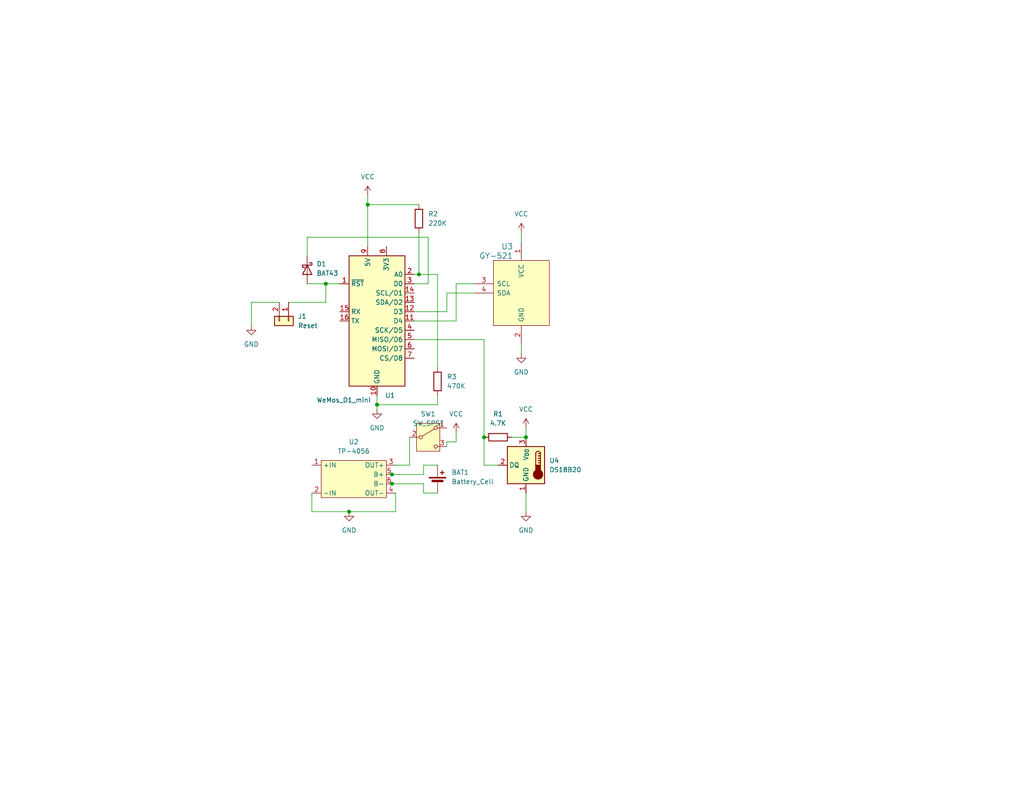
<source format=kicad_sch>
(kicad_sch (version 20231120) (generator "eeschema") (generator_version "8.0")
  (paper "A")
  (title_block (title "iSpindel Pill PCB") (date "2024-06-06") (company "Andre Q"))
  (lib_symbols
    (symbol "Connector_Generic:Conn_01x02" (pin_names (offset 1.016) hide)
      (property "Reference" "J" (at 0 2.54 0))
      (property "Value" "Conn_01x02" (at 0 -5.08 0))
      (symbol "Conn_01x02_1_1"
        (rectangle (start -1.27 -2.413) (end 0 -2.667) (stroke (width 0.1524)))
        (rectangle (start -1.27 0.127) (end 0 -0.127) (stroke (width 0.1524)))
        (rectangle (start -1.27 1.27) (end 1.27 -3.81) (stroke (width 0.254)) (fill (type background)))
        (pin passive line (at -5.08 0 0) (length 3.81) (name "Pin_1") (number "1"))
        (pin passive line (at -5.08 -2.54 0) (length 3.81) (name "Pin_2") (number "2"))
      )
    )
    (symbol "CustomSymbols:GY-521" (pin_names (offset 1.016))
      (property "Reference" "U" (at 1.27 12.7 0))
      (property "Value" "GY-521" (at 5.08 10.16 0))
      (symbol "GY-521_1_1"
        (rectangle (start -7.62 8.89) (end 7.62 -8.89) (fill (type background)))
        (pin input line (at 0 13.97 270) (length 5) (name "VCC") (number "1"))
        (pin input line (at 0 -13.97 90) (length 5) (name "GND") (number "2"))
        (pin input line (at 12.7 2.54 180) (length 5) (name "SCL") (number "3"))
        (pin input line (at 12.7 0 180) (length 5) (name "SDA") (number "4"))
      )
    )
    (symbol "CustomSymbols:TP-4056_Module"
      (property "Reference" "U" (at -3.81 7.62 0))
      (property "Value" "TP-4056" (at 0 5.08 0))
      (symbol "TP-4056_Module_0_0"
        (pin power_in line (at -11.43 2.54 0) (length 2.54) (name "+IN") (number "1"))
        (pin power_in line (at -11.43 -5.08 0) (length 2.54) (name "-IN") (number "2"))
        (pin power_out line (at 11.43 2.54 180) (length 2.54) (name "OUT+") (number "3"))
        (pin power_out line (at 11.43 -5.08 180) (length 2.54) (name "OUT-") (number "4"))
      )
      (symbol "TP-4056_Module_1_0"
        (pin input line (at 10.43 0 180) (length 1.54) (name "B+") (number "5"))
        (pin input line (at 10.43 -2.54 180) (length 1.54) (name "B-") (number "6"))
      )
      (symbol "TP-4056_Module_1_1"
        (rectangle (start -8.89 3.81) (end 8.89 -6.35) (fill (type background)))
      )
    )
    (symbol "Device:Battery_Cell" (pin_numbers hide) (pin_names (offset 0) hide)
      (property "Reference" "BT" (at 2.54 2.54 0))
      (property "Value" "Battery_Cell" (at 2.54 0 0))
      (symbol "Battery_Cell_0_1"
        (rectangle (start -2.286 1.778) (end 2.286 1.524) (fill (type outline)))
        (rectangle (start -1.524 1.016) (end 1.524 0.508) (fill (type outline)))
        (polyline (pts (xy 0 0.762) (xy 0 0)))
        (polyline (pts (xy 0 1.778) (xy 0 2.54)))
        (polyline (pts (xy 0.762 3.048) (xy 1.778 3.048)) (stroke (width 0.254)))
        (polyline (pts (xy 1.27 3.556) (xy 1.27 2.54)) (stroke (width 0.254)))
      )
      (symbol "Battery_Cell_1_1"
        (pin passive line (at 0 5.08 270) (length 2.54) (name "+") (number "1"))
        (pin passive line (at 0 -2.54 90) (length 2.54) (name "-") (number "2"))
      )
    )
    (symbol "Device:R" (pin_numbers hide) (pin_names (offset 0))
      (property "Reference" "R" (at 2.032 0 90))
      (property "Value" "R" (at 0 0 90))
      (symbol "R_0_1"
        (rectangle (start -1.016 -2.54) (end 1.016 2.54) (stroke (width 0.254)))
      )
      (symbol "R_1_1"
        (pin passive line (at 0 3.81 270) (length 1.27) (name "~") (number "1"))
        (pin passive line (at 0 -3.81 90) (length 1.27) (name "~") (number "2"))
      )
    )
    (symbol "Diode:BAT43" (pin_numbers hide) (pin_names (offset 1.016) hide)
      (property "Reference" "D" (at 0 2.54 0))
      (property "Value" "BAT43" (at 0 -2.54 0))
      (symbol "BAT43_0_1"
        (polyline (pts (xy 1.27 0) (xy -1.27 0)))
        (polyline (pts (xy 1.27 1.27) (xy 1.27 -1.27) (xy -1.27 0) (xy 1.27 1.27)) (stroke (width 0.254)))
        (polyline (pts (xy -1.905 0.635) (xy -1.905 1.27) (xy -1.27 1.27) (xy -1.27 -1.27) (xy -0.635 -1.27) (xy -0.635 -0.635)) (stroke (width 0.254)))
      )
      (symbol "BAT43_1_1"
        (pin passive line (at -3.81 0 0) (length 2.54) (name "K") (number "1"))
        (pin passive line (at 3.81 0 180) (length 2.54) (name "A") (number "2"))
      )
    )
    (symbol "MCU_Module:WeMos_D1_mini"
      (property "Reference" "U" (at 3.81 19.05 0))
      (property "Value" "WeMos_D1_mini" (at 1.27 -19.05 0))
      (symbol "WeMos_D1_mini_1_1"
        (rectangle (start -7.62 17.78) (end 7.62 -17.78) (stroke (width 0.254)) (fill (type background)))
        (pin input line (at -10.16 10.16 0) (length 2.54) (name "~{RST}") (number "1"))
        (pin power_in line (at 0 -20.32 90) (length 2.54) (name "GND") (number "10"))
        (pin bidirectional line (at 10.16 0 180) (length 2.54) (name "D4") (number "11"))
        (pin bidirectional line (at 10.16 2.54 180) (length 2.54) (name "D3") (number "12"))
        (pin bidirectional line (at 10.16 5.08 180) (length 2.54) (name "SDA/D2") (number "13"))
        (pin bidirectional line (at 10.16 7.62 180) (length 2.54) (name "SCL/D1") (number "14"))
        (pin input line (at -10.16 2.54 0) (length 2.54) (name "RX") (number "15"))
        (pin output line (at -10.16 0 0) (length 2.54) (name "TX") (number "16"))
        (pin input line (at 10.16 12.7 180) (length 2.54) (name "A0") (number "2"))
        (pin bidirectional line (at 10.16 10.16 180) (length 2.54) (name "D0") (number "3"))
        (pin bidirectional line (at 10.16 -2.54 180) (length 2.54) (name "SCK/D5") (number "4"))
        (pin bidirectional line (at 10.16 -5.08 180) (length 2.54) (name "MISO/D6") (number "5"))
        (pin bidirectional line (at 10.16 -7.62 180) (length 2.54) (name "MOSI/D7") (number "6"))
        (pin bidirectional line (at 10.16 -10.16 180) (length 2.54) (name "CS/D8") (number "7"))
        (pin power_out line (at 2.54 20.32 270) (length 2.54) (name "3V3") (number "8"))
        (pin power_in line (at -2.54 20.32 270) (length 2.54) (name "5V") (number "9"))
      )
    )
    (symbol "Sensor_Temperature:DS18B20"
      (property "Reference" "U" (at -3.81 6.35 0))
      (property "Value" "DS18B20" (at 6.35 6.35 0))
      (symbol "DS18B20_0_1"
        (rectangle (start -5.08 5.08) (end 5.08 -5.08) (stroke (width 0.254)) (fill (type background)))
        (circle (center -3.302 -2.54) (radius 1.27) (stroke (width 0.254)) (fill (type outline)))
        (rectangle (start -2.667 -1.905) (end -3.937 0) (stroke (width 0.254)) (fill (type outline)))
        (arc (start -2.667 3.175) (mid -3.302 3.8073) (end -3.937 3.175) (stroke (width 0.254)))
        (polyline (pts (xy -3.937 0.635) (xy -3.302 0.635)) (stroke (width 0.254)))
        (polyline (pts (xy -3.937 1.27) (xy -3.302 1.27)) (stroke (width 0.254)))
        (polyline (pts (xy -3.937 1.905) (xy -3.302 1.905)) (stroke (width 0.254)))
        (polyline (pts (xy -3.937 2.54) (xy -3.302 2.54)) (stroke (width 0.254)))
        (polyline (pts (xy -3.937 3.175) (xy -3.937 0)) (stroke (width 0.254)))
        (polyline (pts (xy -3.937 3.175) (xy -3.302 3.175)) (stroke (width 0.254)))
        (polyline (pts (xy -2.667 3.175) (xy -2.667 0)) (stroke (width 0.254)))
      )
      (symbol "DS18B20_1_1"
        (pin power_in line (at 0 -7.62 90) (length 2.54) (name "GND") (number "1"))
        (pin bidirectional line (at 7.62 0 180) (length 2.54) (name "DQ") (number "2"))
        (pin power_in line (at 0 7.62 270) (length 2.54) (name "V_{DD}") (number "3"))
      )
    )
    (symbol "Switch:SW_SPDT" (pin_names (offset 0) hide)
      (property "Reference" "SW" (at 0 5.08 0))
      (property "Value" "SW_SPDT" (at 0 -5.08 0))
      (symbol "SW_SPDT_0_1"
        (circle (center -2.032 0) (radius 0.4572))
        (polyline (pts (xy -1.651 0.254) (xy 1.651 2.286)))
        (circle (center 2.032 -2.54) (radius 0.4572))
        (circle (center 2.032 2.54) (radius 0.4572))
      )
      (symbol "SW_SPDT_1_1"
        (rectangle (start -3.175 3.81) (end 3.175 -3.81) (fill (type background)))
        (pin passive line (at 5.08 2.54 180) (length 2.54) (name "A") (number "1"))
        (pin passive line (at -5.08 0 0) (length 2.54) (name "B") (number "2"))
        (pin passive line (at 5.08 -2.54 180) (length 2.54) (name "C") (number "3"))
      )
    )
    (symbol "power:GND" (power) (pin_names (offset 0))
      (property "Value" "GND" (at 0 -3.81 0))
      (symbol "GND_0_1"
        (polyline (pts (xy 0 0) (xy 0 -1.27) (xy 1.27 -1.27) (xy 0 -2.54) (xy -1.27 -1.27) (xy 0 -1.27)))
      )
      (symbol "GND_1_1"
        (pin power_in line (at 0 0 270) (length 0) hide (name "GND") (number "1"))
      )
    )
    (symbol "power:VCC" (power) (pin_names (offset 0))
      (property "Value" "VCC" (at 0 3.81 0))
      (symbol "VCC_0_1"
        (polyline (pts (xy -0.762 1.27) (xy 0 2.54)))
        (polyline (pts (xy 0 0) (xy 0 2.54)))
        (polyline (pts (xy 0 2.54) (xy 0.762 1.27)))
      )
      (symbol "VCC_1_1"
        (pin power_in line (at 0 0 90) (length 0) hide (name "VCC") (number "1"))
      )
    )
  )
  (junction (at 95.25 139.7))
  (junction (at 114.3 74.93))
  (junction (at 106.95 132.08))
  (junction (at 100.33 55.88))
  (junction (at 88.9 77.47))
  (junction (at 106.95 129.54))
  (junction (at 132.08 119.38))
  (junction (at 102.87 110.49))
  (junction (at 143.51 119.38))
  (wire (pts (xy 83.82 64.77) (xy 83.82 69.85)))
  (wire (pts (xy 132.08 119.38) (xy 132.08 127)))
  (wire (pts (xy 106.95 132.08) (xy 115.57 132.08)))
  (wire (pts (xy 121.92 85.09) (xy 121.92 80.01)))
  (wire (pts (xy 113.03 77.47) (xy 116.84 77.47)))
  (wire (pts (xy 139.7 119.38) (xy 143.51 119.38)))
  (wire (pts (xy 100.33 55.88) (xy 114.3 55.88)))
  (wire (pts (xy 119.38 74.93) (xy 114.3 74.93)))
  (wire (pts (xy 106.95 129.54) (xy 115.57 129.54)))
  (wire (pts (xy 119.38 107.95) (xy 119.38 110.49)))
  (wire (pts (xy 124.46 118.11) (xy 124.46 120.65)))
  (wire (pts (xy 88.9 82.55) (xy 78.74 82.55)))
  (wire (pts (xy 68.58 82.55) (xy 68.58 88.9)))
  (wire (pts (xy 85.09 134.62) (xy 85.09 139.7)))
  (wire (pts (xy 115.57 132.08) (xy 115.57 134.62)))
  (wire (pts (xy 102.87 110.49) (xy 102.87 111.76)))
  (wire (pts (xy 119.38 100.33) (xy 119.38 74.93)))
  (wire (pts (xy 113.03 87.63) (xy 124.46 87.63)))
  (wire (pts (xy 132.08 119.38) (xy 132.08 92.71)))
  (wire (pts (xy 76.2 82.55) (xy 68.58 82.55)))
  (wire (pts (xy 142.24 93.98) (xy 142.24 96.52)))
  (wire (pts (xy 115.57 129.54) (xy 115.57 127)))
  (wire (pts (xy 115.57 127) (xy 119.38 127)))
  (wire (pts (xy 102.87 107.95) (xy 102.87 110.49)))
  (wire (pts (xy 135.89 127) (xy 132.08 127)))
  (wire (pts (xy 143.51 134.62) (xy 143.51 139.7)))
  (wire (pts (xy 124.46 87.63) (xy 124.46 77.47)))
  (wire (pts (xy 106.68 132.08) (xy 106.95 132.08)))
  (wire (pts (xy 142.24 63.5) (xy 142.24 66.04)))
  (wire (pts (xy 107.95 139.7) (xy 95.25 139.7)))
  (wire (pts (xy 107.95 127) (xy 111.76 127)))
  (wire (pts (xy 113.03 85.09) (xy 121.92 85.09)))
  (wire (pts (xy 119.38 110.49) (xy 102.87 110.49)))
  (wire (pts (xy 100.33 53.34) (xy 100.33 55.88)))
  (wire (pts (xy 100.33 55.88) (xy 100.33 67.31)))
  (wire (pts (xy 114.3 74.93) (xy 113.03 74.93)))
  (wire (pts (xy 121.92 80.01) (xy 129.54 80.01)))
  (wire (pts (xy 124.46 120.65) (xy 121.92 120.65)))
  (wire (pts (xy 107.95 134.62) (xy 107.95 139.7)))
  (wire (pts (xy 83.82 64.77) (xy 116.84 64.77)))
  (wire (pts (xy 114.3 63.5) (xy 114.3 74.93)))
  (wire (pts (xy 111.76 119.38) (xy 111.76 127)))
  (wire (pts (xy 121.92 120.65) (xy 121.92 121.92)))
  (wire (pts (xy 115.57 134.62) (xy 119.38 134.62)))
  (wire (pts (xy 116.84 77.47) (xy 116.84 64.77)))
  (wire (pts (xy 88.9 77.47) (xy 88.9 82.55)))
  (wire (pts (xy 88.9 77.47) (xy 92.71 77.47)))
  (wire (pts (xy 85.09 139.7) (xy 95.25 139.7)))
  (wire (pts (xy 124.46 77.47) (xy 129.54 77.47)))
  (wire (pts (xy 106.68 129.54) (xy 106.95 129.54)))
  (wire (pts (xy 113.03 92.71) (xy 132.08 92.71)))
  (wire (pts (xy 143.51 116.84) (xy 143.51 119.38)))
  (wire (pts (xy 83.82 77.47) (xy 88.9 77.47)))
  (symbol (lib_id "Diode:BAT43") (at 83.82 73.66 270) (unit 1)
    (property "Reference" "D1" (at 86.36 72.0725 90) (effects (justify left)))
    (property "Value" "BAT43" (at 86.36 74.6125 90) (effects (justify left)))
    (property "Footprint" "Diode_THT:D_DO-35_SOD27_P7.62mm_Horizontal" (effects (hide yes)))
    (property "Datasheet" "http://www.vishay.com/docs/85660/bat42.pdf" (effects (hide yes)))
  )
  (symbol (lib_id "power:GND") (at 68.58 88.9 0) (unit 1)
    (property "Reference" "#PWR09" (effects (hide yes)))
    (property "Value" "GND" (at 68.58 93.98 0))
  )
  (symbol (lib_id "power:GND") (at 102.87 111.76 0) (unit 1)
    (property "Reference" "#PWR04" (effects (hide yes)))
    (property "Value" "GND" (at 102.87 116.84 0))
  )
  (symbol (lib_id "power:VCC") (at 143.51 116.84 0) (unit 1)
    (property "Reference" "#PWR08" (effects (hide yes)))
    (property "Value" "VCC" (at 143.51 111.76 0))
  )
  (symbol (lib_id "Device:R") (at 114.3 59.69 0) (unit 1)
    (property "Reference" "R2" (at 116.84 58.42 0) (effects (justify left)))
    (property "Value" "220K" (at 116.84 60.96 0) (effects (justify left)))
    (property "Footprint" "CustomFootprints:Resistor" (effects (hide yes)))
  )
  (symbol (lib_id "Connector_Generic:Conn_01x02") (at 78.74 87.63 270) (unit 1)
    (property "Reference" "J1" (at 81.28 86.3599 90) (effects (justify left)))
    (property "Value" "Reset" (at 81.28 88.8999 90) (effects (justify left)))
    (property "Footprint" "Connector_PinHeader_2.54mm:PinHeader_1x02_P2.54mm_Vertical" (effects (hide yes)))
    (property "Description" "Generic connector, single row, 01x02, script generated (kicad-library-utils/schlib/autogen/connector/)" (effects (hide yes)))
  )
  (symbol (lib_id "power:VCC") (at 142.24 63.5 0) (unit 1)
    (property "Reference" "#PWR06" (effects (hide yes)))
    (property "Value" "VCC" (at 142.24 58.42 0))
  )
  (symbol (lib_id "Device:R") (at 119.38 104.14 0) (unit 1)
    (property "Reference" "R3" (at 121.92 102.87 0) (effects (justify left)))
    (property "Value" "470K" (at 121.92 105.41 0) (effects (justify left)))
    (property "Footprint" "CustomFootprints:Resistor" (effects (hide yes)))
  )
  (symbol (lib_id "Device:Battery_Cell") (at 119.38 132.08 0) (unit 1)
    (property "Reference" "BAT1" (at 123.19 128.9685 0) (effects (justify left)))
    (property "Value" "Battery_Cell" (at 123.19 131.5085 0) (effects (justify left)))
    (property "Footprint" "CustomFootprints:BatteryHolder_Keystone_1042_1x18650_larger_slot" (effects (hide yes)))
  )
  (symbol (lib_id "Sensor_Temperature:DS18B20") (at 143.51 127 0) (mirror y) (unit 1)
    (property "Reference" "U4" (at 149.86 125.73 0) (effects (justify right)))
    (property "Value" "DS18B20" (at 149.86 128.27 0) (effects (justify right)))
    (property "Footprint" "Package_TO_SOT_THT:TO-92_Inline" (effects (hide yes)))
    (property "Datasheet" "http://datasheets.maximintegrated.com/en/ds/DS18B20.pdf" (effects (hide yes)))
  )
  (symbol (lib_id "power:GND") (at 95.25 139.7 0) (unit 1)
    (property "Reference" "#PWR01" (effects (hide yes)))
    (property "Value" "GND" (at 95.25 144.78 0))
  )
  (symbol (lib_id "power:GND") (at 143.51 139.7 0) (mirror y) (unit 1)
    (property "Reference" "#PWR03" (effects (hide yes)))
    (property "Value" "GND" (at 143.51 144.78 0))
  )
  (symbol (lib_id "Device:R") (at 135.89 119.38 270) (mirror x) (unit 1)
    (property "Reference" "R1" (at 135.89 113.03 90))
    (property "Value" "4.7K" (at 135.89 115.57 90))
    (property "Footprint" "CustomFootprints:Resistor" (effects (hide yes)))
  )
  (symbol (lib_id "Switch:SW_SPDT") (at 116.84 119.38 0) (unit 1)
    (property "Reference" "SW1" (at 116.84 113.03 0))
    (property "Value" "SW_SPST" (at 116.84 115.57 0))
    (property "Footprint" "Button_Switch_THT:SW_CuK_OS102011MA1QN1_SPDT_Angled" (effects (hide yes)))
  )
  (symbol (lib_id "CustomSymbols:TP-4056_Module") (at 96.52 129.54 0) (unit 1)
    (property "Reference" "U2" (at 96.52 120.65 0))
    (property "Value" "TP-4056" (at 96.52 123.19 0))
    (property "Footprint" "CustomFootprints:TP4056-Module" (effects (hide yes)))
  )
  (symbol (lib_id "power:VCC") (at 100.33 53.34 0) (unit 1)
    (property "Reference" "#PWR05" (effects (hide yes)))
    (property "Value" "VCC" (at 100.33 48.26 0))
  )
  (symbol (lib_id "MCU_Module:WeMos_D1_mini") (at 102.87 87.63 0) (unit 1)
    (property "Reference" "U1" (at 105.0641 107.95 0) (effects (justify left)))
    (property "Value" "WeMos_D1_mini" (at 86.36 109.22 0) (effects (justify left)))
    (property "Footprint" "CustomFootprints:WEMOS_D1_mini_light_less_pins" (effects (hide yes)))
    (property "Datasheet" "https://wiki.wemos.cc/products:d1:d1_mini#documentation" (effects (hide yes)))
  )
  (symbol (lib_id "power:VCC") (at 124.46 118.11 0) (unit 1)
    (property "Reference" "#PWR07" (effects (hide yes)))
    (property "Value" "VCC" (at 124.46 113.03 0))
  )
  (symbol (lib_id "CustomSymbols:GY-521") (at 142.24 80.01 0) (mirror y) (unit 1)
    (property "Reference" "U3" (at 140.0459 67.31 0) (effects (font (size 1.524 1.524)) (justify left)))
    (property "Value" "GY-521" (at 140.0459 69.85 0) (effects (font (size 1.524 1.524)) (justify left)))
    (property "Footprint" "CustomFootprints:GY-521" (effects (hide yes)))
  )
  (symbol (lib_id "power:GND") (at 142.24 96.52 0) (unit 1)
    (property "Reference" "#PWR02" (effects (hide yes)))
    (property "Value" "GND" (at 142.24 101.6 0))
  )
)
</source>
